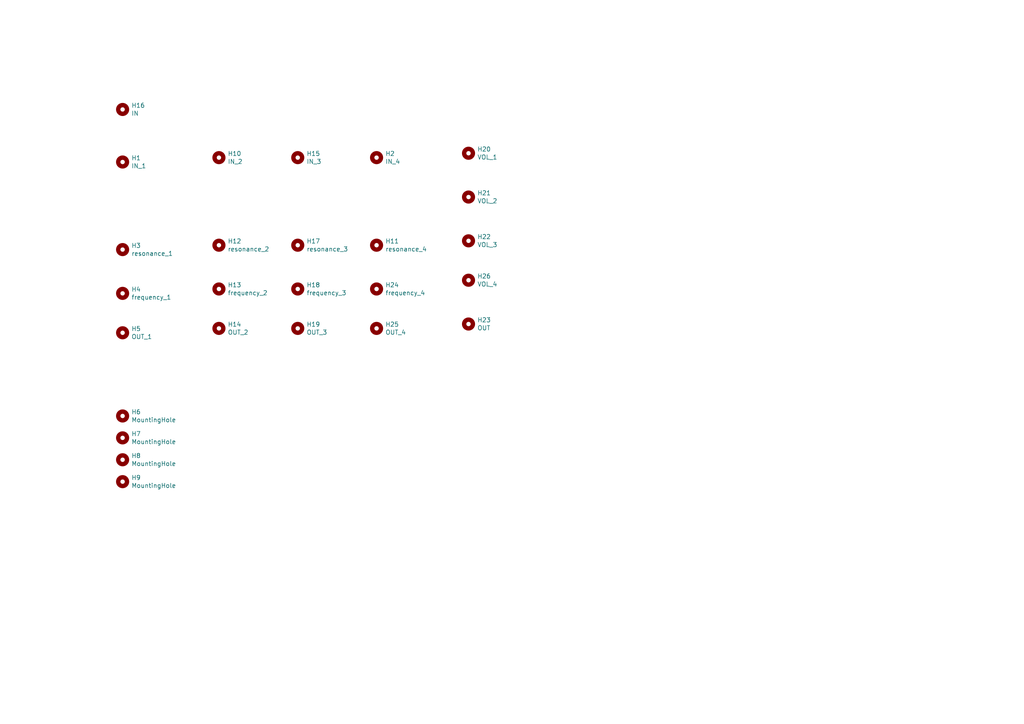
<source format=kicad_sch>
(kicad_sch (version 20230121) (generator eeschema)
  (paper "A4")
  (title_block (title "resonanz") (date "2020-06-10") (rev "01") (comment 1 "schema for panel") (comment 2 "tripple resonant band pass filter") (comment 4 "License CC BY 4.0 - Attribution 4.0 International"))
  (lib_symbols
    (symbol "Mechanical:MountingHole" (pin_names (offset 1.016))
      (property "Reference" "H" (at 0 5.08 0))
      (property "Value" "MountingHole" (at 0 3.175 0))
      (symbol "MountingHole_0_1"
        (circle (center 0 0) (radius 1.27) (stroke (width 1.27)))
      )
    )
  )
  (symbol (lib_id "Mechanical:MountingHole") (at 35.56 46.99 0) (unit 1)
    (property "Reference" "H1" (at 38.1 45.8216 0) (effects (justify left)))
    (property "Value" "IN_1" (at 38.1 48.133 0) (effects (justify left)))
    (property "Footprint" "elektrophon:panel_jack" (effects hide))
  )
  (symbol (lib_id "Mechanical:MountingHole") (at 35.56 72.39 0) (unit 1)
    (property "Reference" "H3" (at 38.1 71.2216 0) (effects (justify left)))
    (property "Value" "resonance_1" (at 38.1 73.533 0) (effects (justify left)))
    (property "Footprint" "elektrophon:panel_potentiometer" (effects hide))
  )
  (symbol (lib_id "Mechanical:MountingHole") (at 35.56 85.09 0) (unit 1)
    (property "Reference" "H4" (at 38.1 83.9216 0) (effects (justify left)))
    (property "Value" "frequency_1" (at 38.1 86.233 0) (effects (justify left)))
    (property "Footprint" "elektrophon:panel_potentiometer" (effects hide))
  )
  (symbol (lib_id "Mechanical:MountingHole") (at 35.56 96.52 0) (unit 1)
    (property "Reference" "H5" (at 38.1 95.3516 0) (effects (justify left)))
    (property "Value" "OUT_1" (at 38.1 97.663 0) (effects (justify left)))
    (property "Footprint" "elektrophon:panel_jack" (effects hide))
  )
  (symbol (lib_id "Mechanical:MountingHole") (at 35.56 120.65 0) (unit 1)
    (property "Reference" "H6" (at 38.1 119.4816 0) (effects (justify left)))
    (property "Value" "MountingHole" (at 38.1 121.793 0) (effects (justify left)))
    (property "Footprint" "MountingHole:MountingHole_3.2mm_M3" (effects hide))
  )
  (symbol (lib_id "Mechanical:MountingHole") (at 35.56 127 0) (unit 1)
    (property "Reference" "H7" (at 38.1 125.8316 0) (effects (justify left)))
    (property "Value" "MountingHole" (at 38.1 128.143 0) (effects (justify left)))
    (property "Footprint" "MountingHole:MountingHole_3.2mm_M3" (effects hide))
  )
  (symbol (lib_id "Mechanical:MountingHole") (at 35.56 133.35 0) (unit 1)
    (property "Reference" "H8" (at 38.1 132.1816 0) (effects (justify left)))
    (property "Value" "MountingHole" (at 38.1 134.493 0) (effects (justify left)))
    (property "Footprint" "MountingHole:MountingHole_3.2mm_M3" (effects hide))
  )
  (symbol (lib_id "Mechanical:MountingHole") (at 35.56 139.7 0) (unit 1)
    (property "Reference" "H9" (at 38.1 138.5316 0) (effects (justify left)))
    (property "Value" "MountingHole" (at 38.1 140.843 0) (effects (justify left)))
    (property "Footprint" "MountingHole:MountingHole_3.2mm_M3" (effects hide))
  )
  (symbol (lib_id "Mechanical:MountingHole") (at 63.5 45.72 0) (unit 1)
    (property "Reference" "H10" (at 66.04 44.5516 0) (effects (justify left)))
    (property "Value" "IN_2" (at 66.04 46.863 0) (effects (justify left)))
    (property "Footprint" "elektrophon:panel_jack" (effects hide))
  )
  (symbol (lib_id "Mechanical:MountingHole") (at 63.5 71.12 0) (unit 1)
    (property "Reference" "H12" (at 66.04 69.9516 0) (effects (justify left)))
    (property "Value" "resonance_2" (at 66.04 72.263 0) (effects (justify left)))
    (property "Footprint" "elektrophon:panel_potentiometer" (effects hide))
  )
  (symbol (lib_id "Mechanical:MountingHole") (at 63.5 83.82 0) (unit 1)
    (property "Reference" "H13" (at 66.04 82.6516 0) (effects (justify left)))
    (property "Value" "frequency_2" (at 66.04 84.963 0) (effects (justify left)))
    (property "Footprint" "elektrophon:panel_potentiometer" (effects hide))
  )
  (symbol (lib_id "Mechanical:MountingHole") (at 63.5 95.25 0) (unit 1)
    (property "Reference" "H14" (at 66.04 94.0816 0) (effects (justify left)))
    (property "Value" "OUT_2" (at 66.04 96.393 0) (effects (justify left)))
    (property "Footprint" "elektrophon:panel_jack" (effects hide))
  )
  (symbol (lib_id "Mechanical:MountingHole") (at 86.36 45.72 0) (unit 1)
    (property "Reference" "H15" (at 88.9 44.5516 0) (effects (justify left)))
    (property "Value" "IN_3" (at 88.9 46.863 0) (effects (justify left)))
    (property "Footprint" "elektrophon:panel_jack" (effects hide))
  )
  (symbol (lib_id "Mechanical:MountingHole") (at 35.56 31.75 0) (unit 1)
    (property "Reference" "H16" (at 38.1 30.5816 0) (effects (justify left)))
    (property "Value" "IN" (at 38.1 32.893 0) (effects (justify left)))
    (property "Footprint" "elektrophon:panel_jack" (effects hide))
  )
  (symbol (lib_id "Mechanical:MountingHole") (at 86.36 71.12 0) (unit 1)
    (property "Reference" "H17" (at 88.9 69.9516 0) (effects (justify left)))
    (property "Value" "resonance_3" (at 88.9 72.263 0) (effects (justify left)))
    (property "Footprint" "elektrophon:panel_potentiometer" (effects hide))
  )
  (symbol (lib_id "Mechanical:MountingHole") (at 86.36 83.82 0) (unit 1)
    (property "Reference" "H18" (at 88.9 82.6516 0) (effects (justify left)))
    (property "Value" "frequency_3" (at 88.9 84.963 0) (effects (justify left)))
    (property "Footprint" "elektrophon:panel_potentiometer" (effects hide))
  )
  (symbol (lib_id "Mechanical:MountingHole") (at 86.36 95.25 0) (unit 1)
    (property "Reference" "H19" (at 88.9 94.0816 0) (effects (justify left)))
    (property "Value" "OUT_3" (at 88.9 96.393 0) (effects (justify left)))
    (property "Footprint" "elektrophon:panel_jack" (effects hide))
  )
  (symbol (lib_id "Mechanical:MountingHole") (at 135.89 44.45 0) (unit 1)
    (property "Reference" "H20" (at 138.43 43.2816 0) (effects (justify left)))
    (property "Value" "VOL_1" (at 138.43 45.593 0) (effects (justify left)))
    (property "Footprint" "elektrophon:panel_potentiometer" (effects hide))
  )
  (symbol (lib_id "Mechanical:MountingHole") (at 135.89 57.15 0) (unit 1)
    (property "Reference" "H21" (at 138.43 55.9816 0) (effects (justify left)))
    (property "Value" "VOL_2" (at 138.43 58.293 0) (effects (justify left)))
    (property "Footprint" "elektrophon:panel_potentiometer" (effects hide))
  )
  (symbol (lib_id "Mechanical:MountingHole") (at 135.89 69.85 0) (unit 1)
    (property "Reference" "H22" (at 138.43 68.6816 0) (effects (justify left)))
    (property "Value" "VOL_3" (at 138.43 70.993 0) (effects (justify left)))
    (property "Footprint" "elektrophon:panel_potentiometer" (effects hide))
  )
  (symbol (lib_id "Mechanical:MountingHole") (at 135.89 93.98 0) (unit 1)
    (property "Reference" "H23" (at 138.43 92.8116 0) (effects (justify left)))
    (property "Value" "OUT" (at 138.43 95.123 0) (effects (justify left)))
    (property "Footprint" "elektrophon:panel_jack" (effects hide))
  )
  (symbol (lib_id "Mechanical:MountingHole") (at 135.89 81.28 0) (unit 1)
    (property "Reference" "H26" (at 138.43 80.1116 0) (effects (justify left)))
    (property "Value" "VOL_4" (at 138.43 82.423 0) (effects (justify left)))
    (property "Footprint" "elektrophon:panel_potentiometer" (effects hide))
  )
  (symbol (lib_id "Mechanical:MountingHole") (at 109.22 45.72 0) (unit 1)
    (property "Reference" "H2" (at 111.76 44.5516 0) (effects (justify left)))
    (property "Value" "IN_4" (at 111.76 46.863 0) (effects (justify left)))
    (property "Footprint" "elektrophon:panel_jack" (effects hide))
  )
  (symbol (lib_id "Mechanical:MountingHole") (at 109.22 71.12 0) (unit 1)
    (property "Reference" "H11" (at 111.76 69.9516 0) (effects (justify left)))
    (property "Value" "resonance_4" (at 111.76 72.263 0) (effects (justify left)))
    (property "Footprint" "elektrophon:panel_potentiometer" (effects hide))
  )
  (symbol (lib_id "Mechanical:MountingHole") (at 109.22 83.82 0) (unit 1)
    (property "Reference" "H24" (at 111.76 82.6516 0) (effects (justify left)))
    (property "Value" "frequency_4" (at 111.76 84.963 0) (effects (justify left)))
    (property "Footprint" "elektrophon:panel_potentiometer" (effects hide))
  )
  (symbol (lib_id "Mechanical:MountingHole") (at 109.22 95.25 0) (unit 1)
    (property "Reference" "H25" (at 111.76 94.0816 0) (effects (justify left)))
    (property "Value" "OUT_4" (at 111.76 96.393 0) (effects (justify left)))
    (property "Footprint" "elektrophon:panel_jack" (effects hide))
  )
)
</source>
